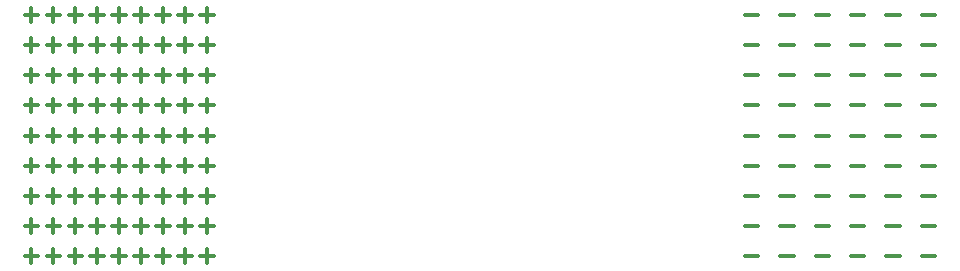
<source format=gbr>
%TF.GenerationSoftware,KiCad,Pcbnew,(5.1.8-0-10_14)*%
%TF.CreationDate,2021-01-12T16:11:11+01:00*%
%TF.ProjectId,battery_checker,62617474-6572-4795-9f63-6865636b6572,rev?*%
%TF.SameCoordinates,Original*%
%TF.FileFunction,Legend,Bot*%
%TF.FilePolarity,Positive*%
%FSLAX46Y46*%
G04 Gerber Fmt 4.6, Leading zero omitted, Abs format (unit mm)*
G04 Created by KiCad (PCBNEW (5.1.8-0-10_14)) date 2021-01-12 16:11:11*
%MOMM*%
%LPD*%
G01*
G04 APERTURE LIST*
%ADD10C,0.300000*%
G04 APERTURE END LIST*
D10*
X165652142Y-72457142D02*
X166795000Y-72457142D01*
X168652142Y-72457142D02*
X169795000Y-72457142D01*
X171652142Y-72457142D02*
X172795000Y-72457142D01*
X174652142Y-72457142D02*
X175795000Y-72457142D01*
X177652142Y-72457142D02*
X178795000Y-72457142D01*
X180652142Y-72457142D02*
X181795000Y-72457142D01*
X165652142Y-75007142D02*
X166795000Y-75007142D01*
X168652142Y-75007142D02*
X169795000Y-75007142D01*
X171652142Y-75007142D02*
X172795000Y-75007142D01*
X174652142Y-75007142D02*
X175795000Y-75007142D01*
X177652142Y-75007142D02*
X178795000Y-75007142D01*
X180652142Y-75007142D02*
X181795000Y-75007142D01*
X165652142Y-77557142D02*
X166795000Y-77557142D01*
X168652142Y-77557142D02*
X169795000Y-77557142D01*
X171652142Y-77557142D02*
X172795000Y-77557142D01*
X174652142Y-77557142D02*
X175795000Y-77557142D01*
X177652142Y-77557142D02*
X178795000Y-77557142D01*
X180652142Y-77557142D02*
X181795000Y-77557142D01*
X165652142Y-80107142D02*
X166795000Y-80107142D01*
X168652142Y-80107142D02*
X169795000Y-80107142D01*
X171652142Y-80107142D02*
X172795000Y-80107142D01*
X174652142Y-80107142D02*
X175795000Y-80107142D01*
X177652142Y-80107142D02*
X178795000Y-80107142D01*
X180652142Y-80107142D02*
X181795000Y-80107142D01*
X165652142Y-82657142D02*
X166795000Y-82657142D01*
X168652142Y-82657142D02*
X169795000Y-82657142D01*
X171652142Y-82657142D02*
X172795000Y-82657142D01*
X174652142Y-82657142D02*
X175795000Y-82657142D01*
X177652142Y-82657142D02*
X178795000Y-82657142D01*
X180652142Y-82657142D02*
X181795000Y-82657142D01*
X165652142Y-85207142D02*
X166795000Y-85207142D01*
X168652142Y-85207142D02*
X169795000Y-85207142D01*
X171652142Y-85207142D02*
X172795000Y-85207142D01*
X174652142Y-85207142D02*
X175795000Y-85207142D01*
X177652142Y-85207142D02*
X178795000Y-85207142D01*
X180652142Y-85207142D02*
X181795000Y-85207142D01*
X165652142Y-87757142D02*
X166795000Y-87757142D01*
X168652142Y-87757142D02*
X169795000Y-87757142D01*
X171652142Y-87757142D02*
X172795000Y-87757142D01*
X174652142Y-87757142D02*
X175795000Y-87757142D01*
X177652142Y-87757142D02*
X178795000Y-87757142D01*
X180652142Y-87757142D02*
X181795000Y-87757142D01*
X165652142Y-90307142D02*
X166795000Y-90307142D01*
X168652142Y-90307142D02*
X169795000Y-90307142D01*
X171652142Y-90307142D02*
X172795000Y-90307142D01*
X174652142Y-90307142D02*
X175795000Y-90307142D01*
X177652142Y-90307142D02*
X178795000Y-90307142D01*
X180652142Y-90307142D02*
X181795000Y-90307142D01*
X165652142Y-92857142D02*
X166795000Y-92857142D01*
X168652142Y-92857142D02*
X169795000Y-92857142D01*
X171652142Y-92857142D02*
X172795000Y-92857142D01*
X174652142Y-92857142D02*
X175795000Y-92857142D01*
X177652142Y-92857142D02*
X178795000Y-92857142D01*
X180652142Y-92857142D02*
X181795000Y-92857142D01*
X104692142Y-72457142D02*
X105835000Y-72457142D01*
X105263571Y-73028571D02*
X105263571Y-71885714D01*
X106549285Y-72457142D02*
X107692142Y-72457142D01*
X107120714Y-73028571D02*
X107120714Y-71885714D01*
X108406428Y-72457142D02*
X109549285Y-72457142D01*
X108977857Y-73028571D02*
X108977857Y-71885714D01*
X110263571Y-72457142D02*
X111406428Y-72457142D01*
X110835000Y-73028571D02*
X110835000Y-71885714D01*
X112120714Y-72457142D02*
X113263571Y-72457142D01*
X112692142Y-73028571D02*
X112692142Y-71885714D01*
X113977857Y-72457142D02*
X115120714Y-72457142D01*
X114549285Y-73028571D02*
X114549285Y-71885714D01*
X115835000Y-72457142D02*
X116977857Y-72457142D01*
X116406428Y-73028571D02*
X116406428Y-71885714D01*
X117692142Y-72457142D02*
X118835000Y-72457142D01*
X118263571Y-73028571D02*
X118263571Y-71885714D01*
X119549285Y-72457142D02*
X120692142Y-72457142D01*
X120120714Y-73028571D02*
X120120714Y-71885714D01*
X104692142Y-75007142D02*
X105835000Y-75007142D01*
X105263571Y-75578571D02*
X105263571Y-74435714D01*
X106549285Y-75007142D02*
X107692142Y-75007142D01*
X107120714Y-75578571D02*
X107120714Y-74435714D01*
X108406428Y-75007142D02*
X109549285Y-75007142D01*
X108977857Y-75578571D02*
X108977857Y-74435714D01*
X110263571Y-75007142D02*
X111406428Y-75007142D01*
X110835000Y-75578571D02*
X110835000Y-74435714D01*
X112120714Y-75007142D02*
X113263571Y-75007142D01*
X112692142Y-75578571D02*
X112692142Y-74435714D01*
X113977857Y-75007142D02*
X115120714Y-75007142D01*
X114549285Y-75578571D02*
X114549285Y-74435714D01*
X115835000Y-75007142D02*
X116977857Y-75007142D01*
X116406428Y-75578571D02*
X116406428Y-74435714D01*
X117692142Y-75007142D02*
X118835000Y-75007142D01*
X118263571Y-75578571D02*
X118263571Y-74435714D01*
X119549285Y-75007142D02*
X120692142Y-75007142D01*
X120120714Y-75578571D02*
X120120714Y-74435714D01*
X104692142Y-77557142D02*
X105835000Y-77557142D01*
X105263571Y-78128571D02*
X105263571Y-76985714D01*
X106549285Y-77557142D02*
X107692142Y-77557142D01*
X107120714Y-78128571D02*
X107120714Y-76985714D01*
X108406428Y-77557142D02*
X109549285Y-77557142D01*
X108977857Y-78128571D02*
X108977857Y-76985714D01*
X110263571Y-77557142D02*
X111406428Y-77557142D01*
X110835000Y-78128571D02*
X110835000Y-76985714D01*
X112120714Y-77557142D02*
X113263571Y-77557142D01*
X112692142Y-78128571D02*
X112692142Y-76985714D01*
X113977857Y-77557142D02*
X115120714Y-77557142D01*
X114549285Y-78128571D02*
X114549285Y-76985714D01*
X115835000Y-77557142D02*
X116977857Y-77557142D01*
X116406428Y-78128571D02*
X116406428Y-76985714D01*
X117692142Y-77557142D02*
X118835000Y-77557142D01*
X118263571Y-78128571D02*
X118263571Y-76985714D01*
X119549285Y-77557142D02*
X120692142Y-77557142D01*
X120120714Y-78128571D02*
X120120714Y-76985714D01*
X104692142Y-80107142D02*
X105835000Y-80107142D01*
X105263571Y-80678571D02*
X105263571Y-79535714D01*
X106549285Y-80107142D02*
X107692142Y-80107142D01*
X107120714Y-80678571D02*
X107120714Y-79535714D01*
X108406428Y-80107142D02*
X109549285Y-80107142D01*
X108977857Y-80678571D02*
X108977857Y-79535714D01*
X110263571Y-80107142D02*
X111406428Y-80107142D01*
X110835000Y-80678571D02*
X110835000Y-79535714D01*
X112120714Y-80107142D02*
X113263571Y-80107142D01*
X112692142Y-80678571D02*
X112692142Y-79535714D01*
X113977857Y-80107142D02*
X115120714Y-80107142D01*
X114549285Y-80678571D02*
X114549285Y-79535714D01*
X115835000Y-80107142D02*
X116977857Y-80107142D01*
X116406428Y-80678571D02*
X116406428Y-79535714D01*
X117692142Y-80107142D02*
X118835000Y-80107142D01*
X118263571Y-80678571D02*
X118263571Y-79535714D01*
X119549285Y-80107142D02*
X120692142Y-80107142D01*
X120120714Y-80678571D02*
X120120714Y-79535714D01*
X104692142Y-82657142D02*
X105835000Y-82657142D01*
X105263571Y-83228571D02*
X105263571Y-82085714D01*
X106549285Y-82657142D02*
X107692142Y-82657142D01*
X107120714Y-83228571D02*
X107120714Y-82085714D01*
X108406428Y-82657142D02*
X109549285Y-82657142D01*
X108977857Y-83228571D02*
X108977857Y-82085714D01*
X110263571Y-82657142D02*
X111406428Y-82657142D01*
X110835000Y-83228571D02*
X110835000Y-82085714D01*
X112120714Y-82657142D02*
X113263571Y-82657142D01*
X112692142Y-83228571D02*
X112692142Y-82085714D01*
X113977857Y-82657142D02*
X115120714Y-82657142D01*
X114549285Y-83228571D02*
X114549285Y-82085714D01*
X115835000Y-82657142D02*
X116977857Y-82657142D01*
X116406428Y-83228571D02*
X116406428Y-82085714D01*
X117692142Y-82657142D02*
X118835000Y-82657142D01*
X118263571Y-83228571D02*
X118263571Y-82085714D01*
X119549285Y-82657142D02*
X120692142Y-82657142D01*
X120120714Y-83228571D02*
X120120714Y-82085714D01*
X104692142Y-85207142D02*
X105835000Y-85207142D01*
X105263571Y-85778571D02*
X105263571Y-84635714D01*
X106549285Y-85207142D02*
X107692142Y-85207142D01*
X107120714Y-85778571D02*
X107120714Y-84635714D01*
X108406428Y-85207142D02*
X109549285Y-85207142D01*
X108977857Y-85778571D02*
X108977857Y-84635714D01*
X110263571Y-85207142D02*
X111406428Y-85207142D01*
X110835000Y-85778571D02*
X110835000Y-84635714D01*
X112120714Y-85207142D02*
X113263571Y-85207142D01*
X112692142Y-85778571D02*
X112692142Y-84635714D01*
X113977857Y-85207142D02*
X115120714Y-85207142D01*
X114549285Y-85778571D02*
X114549285Y-84635714D01*
X115835000Y-85207142D02*
X116977857Y-85207142D01*
X116406428Y-85778571D02*
X116406428Y-84635714D01*
X117692142Y-85207142D02*
X118835000Y-85207142D01*
X118263571Y-85778571D02*
X118263571Y-84635714D01*
X119549285Y-85207142D02*
X120692142Y-85207142D01*
X120120714Y-85778571D02*
X120120714Y-84635714D01*
X104692142Y-87757142D02*
X105835000Y-87757142D01*
X105263571Y-88328571D02*
X105263571Y-87185714D01*
X106549285Y-87757142D02*
X107692142Y-87757142D01*
X107120714Y-88328571D02*
X107120714Y-87185714D01*
X108406428Y-87757142D02*
X109549285Y-87757142D01*
X108977857Y-88328571D02*
X108977857Y-87185714D01*
X110263571Y-87757142D02*
X111406428Y-87757142D01*
X110835000Y-88328571D02*
X110835000Y-87185714D01*
X112120714Y-87757142D02*
X113263571Y-87757142D01*
X112692142Y-88328571D02*
X112692142Y-87185714D01*
X113977857Y-87757142D02*
X115120714Y-87757142D01*
X114549285Y-88328571D02*
X114549285Y-87185714D01*
X115835000Y-87757142D02*
X116977857Y-87757142D01*
X116406428Y-88328571D02*
X116406428Y-87185714D01*
X117692142Y-87757142D02*
X118835000Y-87757142D01*
X118263571Y-88328571D02*
X118263571Y-87185714D01*
X119549285Y-87757142D02*
X120692142Y-87757142D01*
X120120714Y-88328571D02*
X120120714Y-87185714D01*
X104692142Y-90307142D02*
X105835000Y-90307142D01*
X105263571Y-90878571D02*
X105263571Y-89735714D01*
X106549285Y-90307142D02*
X107692142Y-90307142D01*
X107120714Y-90878571D02*
X107120714Y-89735714D01*
X108406428Y-90307142D02*
X109549285Y-90307142D01*
X108977857Y-90878571D02*
X108977857Y-89735714D01*
X110263571Y-90307142D02*
X111406428Y-90307142D01*
X110835000Y-90878571D02*
X110835000Y-89735714D01*
X112120714Y-90307142D02*
X113263571Y-90307142D01*
X112692142Y-90878571D02*
X112692142Y-89735714D01*
X113977857Y-90307142D02*
X115120714Y-90307142D01*
X114549285Y-90878571D02*
X114549285Y-89735714D01*
X115835000Y-90307142D02*
X116977857Y-90307142D01*
X116406428Y-90878571D02*
X116406428Y-89735714D01*
X117692142Y-90307142D02*
X118835000Y-90307142D01*
X118263571Y-90878571D02*
X118263571Y-89735714D01*
X119549285Y-90307142D02*
X120692142Y-90307142D01*
X120120714Y-90878571D02*
X120120714Y-89735714D01*
X104692142Y-92857142D02*
X105835000Y-92857142D01*
X105263571Y-93428571D02*
X105263571Y-92285714D01*
X106549285Y-92857142D02*
X107692142Y-92857142D01*
X107120714Y-93428571D02*
X107120714Y-92285714D01*
X108406428Y-92857142D02*
X109549285Y-92857142D01*
X108977857Y-93428571D02*
X108977857Y-92285714D01*
X110263571Y-92857142D02*
X111406428Y-92857142D01*
X110835000Y-93428571D02*
X110835000Y-92285714D01*
X112120714Y-92857142D02*
X113263571Y-92857142D01*
X112692142Y-93428571D02*
X112692142Y-92285714D01*
X113977857Y-92857142D02*
X115120714Y-92857142D01*
X114549285Y-93428571D02*
X114549285Y-92285714D01*
X115835000Y-92857142D02*
X116977857Y-92857142D01*
X116406428Y-93428571D02*
X116406428Y-92285714D01*
X117692142Y-92857142D02*
X118835000Y-92857142D01*
X118263571Y-93428571D02*
X118263571Y-92285714D01*
X119549285Y-92857142D02*
X120692142Y-92857142D01*
X120120714Y-93428571D02*
X120120714Y-92285714D01*
M02*

</source>
